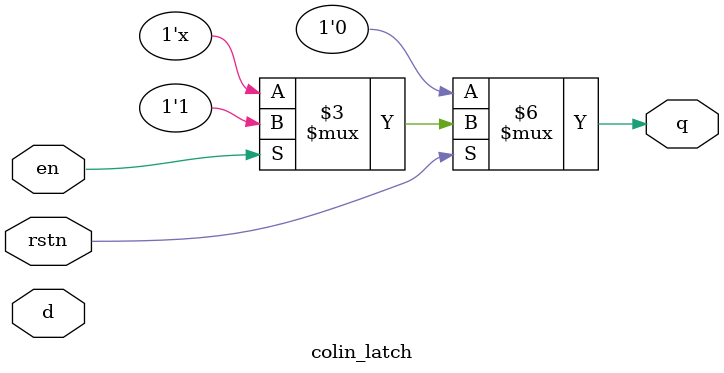
<source format=v>
module colin_latch (  input d,           // 1-bit input pin for data
                  input en,          // 1-bit input pin for enabling the latch
                  input rstn,        // 1-bit input pin for active-low reset
                  output reg q);     // 1-bit output pin for data output

   // This always block is "always" triggered whenever en/rstn/d changes
   // If reset is asserted then output will be zero
   // Else as long as enable is high, output q follows input d
   always @ (en or rstn or d)
      if (!rstn)
         q <= 0;
      else
         if (en)
            q <= 1;
endmodule
</source>
